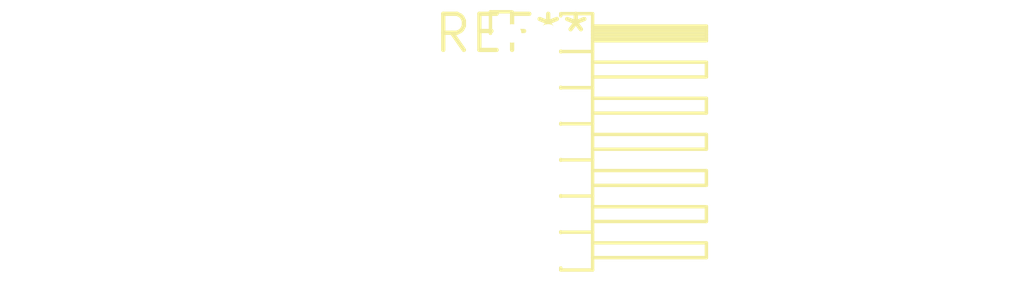
<source format=kicad_pcb>
(kicad_pcb (version 20240108) (generator pcbnew)
  (layers (0 "F.Cu" signal) (31 "B.Cu" signal) (34 "B.Paste" user) (35 "F.Paste" user) (36 "B.SilkS" user "B.Silkscreen") (37 "F.SilkS" user "F.Silkscreen") (38 "B.Mask" user) (39 "F.Mask" user) (44 "Edge.Cuts" user))
  (net 0 "")
  (footprint "PinHeader_2x07_P1.27mm_Horizontal" (layer "F.Cu") (at 0 0)
    (property "Reference" "REF**")
    (property "Value" "PinHeader_2x07_P1.27mm_Horizontal")
    (fp_line (start -0.76 -0.76) (end 0 -0.76) (layer "F.SilkS") (stroke (width 0.12)))
    (fp_line (start -0.76 0) (end -0.76 -0.76) (layer "F.SilkS") (stroke (width 0.12)))
    (fp_line (start 1.71 -0.695) (end 2.83 -0.695) (layer "F.SilkS") (stroke (width 0.12)))
    (fp_line (start 1.71 -0.619677) (end 1.71 -0.695) (layer "F.SilkS") (stroke (width 0.12)))
    (fp_line (start 1.71 0.619677) (end 1.71 0.650323) (layer "F.SilkS") (stroke (width 0.12)))
    (fp_line (start 1.71 0.635) (end 2.83 0.635) (layer "F.SilkS") (stroke (width 0.12)))
    (fp_line (start 1.71 1.889677) (end 1.71 1.920323) (layer "F.SilkS") (stroke (width 0.12)))
    (fp_line (start 1.71 1.905) (end 2.83 1.905) (layer "F.SilkS") (stroke (width 0.12)))
    (fp_line (start 1.71 3.159677) (end 1.71 3.190323) (layer "F.SilkS") (stroke (width 0.12)))
    (fp_line (start 1.71 3.175) (end 2.83 3.175) (layer "F.SilkS") (stroke (width 0.12)))
    (fp_line (start 1.71 4.429677) (end 1.71 4.460323) (layer "F.SilkS") (stroke (width 0.12)))
    (fp_line (start 1.71 4.445) (end 2.83 4.445) (layer "F.SilkS") (stroke (width 0.12)))
    (fp_line (start 1.71 5.699677) (end 1.71 5.730323) (layer "F.SilkS") (stroke (width 0.12)))
    (fp_line (start 1.71 5.715) (end 2.83 5.715) (layer "F.SilkS") (stroke (width 0.12)))
    (fp_line (start 1.71 6.969677) (end 1.71 7.000323) (layer "F.SilkS") (stroke (width 0.12)))
    (fp_line (start 1.71 6.985) (end 2.83 6.985) (layer "F.SilkS") (stroke (width 0.12)))
    (fp_line (start 1.71 8.315) (end 1.71 8.239677) (layer "F.SilkS") (stroke (width 0.12)))
    (fp_line (start 2.83 -0.695) (end 2.83 8.315) (layer "F.SilkS") (stroke (width 0.12)))
    (fp_line (start 2.83 -0.26) (end 6.83 -0.26) (layer "F.SilkS") (stroke (width 0.12)))
    (fp_line (start 2.83 -0.2) (end 6.83 -0.2) (layer "F.SilkS") (stroke (width 0.12)))
    (fp_line (start 2.83 -0.08) (end 6.83 -0.08) (layer "F.SilkS") (stroke (width 0.12)))
    (fp_line (start 2.83 0.04) (end 6.83 0.04) (layer "F.SilkS") (stroke (width 0.12)))
    (fp_line (start 2.83 0.16) (end 6.83 0.16) (layer "F.SilkS") (stroke (width 0.12)))
    (fp_line (start 2.83 1.01) (end 6.83 1.01) (layer "F.SilkS") (stroke (width 0.12)))
    (fp_line (start 2.83 2.28) (end 6.83 2.28) (layer "F.SilkS") (stroke (width 0.12)))
    (fp_line (start 2.83 3.55) (end 6.83 3.55) (layer "F.SilkS") (stroke (width 0.12)))
    (fp_line (start 2.83 4.82) (end 6.83 4.82) (layer "F.SilkS") (stroke (width 0.12)))
    (fp_line (start 2.83 6.09) (end 6.83 6.09) (layer "F.SilkS") (stroke (width 0.12)))
    (fp_line (start 2.83 7.36) (end 6.83 7.36) (layer "F.SilkS") (stroke (width 0.12)))
    (fp_line (start 2.83 8.315) (end 1.71 8.315) (layer "F.SilkS") (stroke (width 0.12)))
    (fp_line (start 6.83 -0.26) (end 6.83 0.26) (layer "F.SilkS") (stroke (width 0.12)))
    (fp_line (start 6.83 0.26) (end 2.83 0.26) (layer "F.SilkS") (stroke (width 0.12)))
    (fp_line (start 6.83 1.01) (end 6.83 1.53) (layer "F.SilkS") (stroke (width 0.12)))
    (fp_line (start 6.83 1.53) (end 2.83 1.53) (layer "F.SilkS") (stroke (width 0.12)))
    (fp_line (start 6.83 2.28) (end 6.83 2.8) (layer "F.SilkS") (stroke (width 0.12)))
    (fp_line (start 6.83 2.8) (end 2.83 2.8) (layer "F.SilkS") (stroke (width 0.12)))
    (fp_line (start 6.83 3.55) (end 6.83 4.07) (layer "F.SilkS") (stroke (width 0.12)))
    (fp_line (start 6.83 4.07) (end 2.83 4.07) (layer "F.SilkS") (stroke (width 0.12)))
    (fp_line (start 6.83 4.82) (end 6.83 5.34) (layer "F.SilkS") (stroke (width 0.12)))
    (fp_line (start 6.83 5.34) (end 2.83 5.34) (layer "F.SilkS") (stroke (width 0.12)))
    (fp_line (start 6.83 6.09) (end 6.83 6.61) (layer "F.SilkS") (stroke (width 0.12)))
    (fp_line (start 6.83 6.61) (end 2.83 6.61) (layer "F.SilkS") (stroke (width 0.12)))
    (fp_line (start 6.83 7.36) (end 6.83 7.88) (layer "F.SilkS") (stroke (width 0.12)))
    (fp_line (start 6.83 7.88) (end 2.83 7.88) (layer "F.SilkS") (stroke (width 0.12)))
    (pad "1" thru_hole rect (at 0 0) (size 1 1) (drill 0.65) (layers *.Cu *.Mask) (remove_unused_layers))
    (pad "2" thru_hole oval (at 1.27 0) (size 1 1) (drill 0.65) (layers *.Cu *.Mask) (remove_unused_layers))
    (pad "3" thru_hole oval (at 0 1.27) (size 1 1) (drill 0.65) (layers *.Cu *.Mask) (remove_unused_layers))
    (pad "4" thru_hole oval (at 1.27 1.27) (size 1 1) (drill 0.65) (layers *.Cu *.Mask) (remove_unused_layers))
    (pad "5" thru_hole oval (at 0 2.54) (size 1 1) (drill 0.65) (layers *.Cu *.Mask) (remove_unused_layers))
    (pad "6" thru_hole oval (at 1.27 2.54) (size 1 1) (drill 0.65) (layers *.Cu *.Mask) (remove_unused_layers))
    (pad "7" thru_hole oval (at 0 3.81) (size 1 1) (drill 0.65) (layers *.Cu *.Mask) (remove_unused_layers))
    (pad "8" thru_hole oval (at 1.27 3.81) (size 1 1) (drill 0.65) (layers *.Cu *.Mask) (remove_unused_layers))
    (pad "9" thru_hole oval (at 0 5.08) (size 1 1) (drill 0.65) (layers *.Cu *.Mask) (remove_unused_layers))
    (pad "10" thru_hole oval (at 1.27 5.08) (size 1 1) (drill 0.65) (layers *.Cu *.Mask) (remove_unused_layers))
    (pad "11" thru_hole oval (at 0 6.35) (size 1 1) (drill 0.65) (layers *.Cu *.Mask) (remove_unused_layers))
    (pad "12" thru_hole oval (at 1.27 6.35) (size 1 1) (drill 0.65) (layers *.Cu *.Mask) (remove_unused_layers))
    (pad "13" thru_hole oval (at 0 7.62) (size 1 1) (drill 0.65) (layers *.Cu *.Mask) (remove_unused_layers))
    (pad "14" thru_hole oval (at 1.27 7.62) (size 1 1) (drill 0.65) (layers *.Cu *.Mask) (remove_unused_layers))
  )
)
</source>
